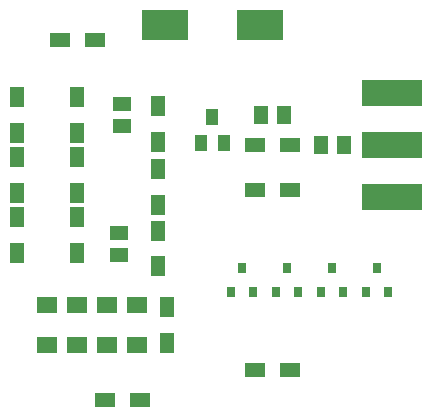
<source format=gbr>
G04 EAGLE Gerber RS-274X export*
G75*
%MOMM*%
%FSLAX34Y34*%
%LPD*%
%INSolderpaste Top*%
%IPPOS*%
%AMOC8*
5,1,8,0,0,1.08239X$1,22.5*%
G01*
%ADD10R,1.000000X1.400000*%
%ADD11R,1.200000X1.800000*%
%ADD12R,1.800000X1.200000*%
%ADD13R,1.500000X1.300000*%
%ADD14R,1.800000X1.400000*%
%ADD15R,4.000000X2.500000*%
%ADD16R,1.300000X1.500000*%
%ADD17R,0.787400X0.889000*%
%ADD18R,5.080000X2.286000*%


D10*
X673100Y303100D03*
X682600Y281100D03*
X663600Y281100D03*
D11*
X627380Y228850D03*
X627380Y258830D03*
X627380Y282190D03*
X627380Y312170D03*
D12*
X738890Y241300D03*
X708910Y241300D03*
X738890Y279400D03*
X708910Y279400D03*
D13*
X594360Y186080D03*
X594360Y205080D03*
D11*
X635000Y112010D03*
X635000Y141990D03*
D14*
X609600Y144000D03*
X609600Y110000D03*
X584200Y110000D03*
X584200Y144000D03*
X558800Y144000D03*
X558800Y110000D03*
X533400Y110000D03*
X533400Y144000D03*
D11*
X558800Y239010D03*
X558800Y268990D03*
X558800Y289810D03*
X558800Y319790D03*
X508000Y319790D03*
X508000Y289810D03*
X508000Y268990D03*
X508000Y239010D03*
X508000Y218190D03*
X508000Y188210D03*
D15*
X633100Y381000D03*
X713100Y381000D03*
D13*
X596900Y295300D03*
X596900Y314300D03*
D16*
X733400Y304800D03*
X714400Y304800D03*
D12*
X573790Y368300D03*
X543810Y368300D03*
D17*
X726694Y154940D03*
X745998Y154940D03*
X736346Y175260D03*
X688594Y154940D03*
X707898Y154940D03*
X698246Y175260D03*
D12*
X708910Y88900D03*
X738890Y88900D03*
X611890Y63500D03*
X581910Y63500D03*
D17*
X764794Y154940D03*
X784098Y154940D03*
X774446Y175260D03*
X802894Y154940D03*
X822198Y154940D03*
X812546Y175260D03*
D11*
X627380Y176780D03*
X627380Y206760D03*
D18*
X825246Y279400D03*
X825246Y235204D03*
X825246Y323596D03*
D16*
X765200Y279400D03*
X784200Y279400D03*
D11*
X558800Y188210D03*
X558800Y218190D03*
M02*

</source>
